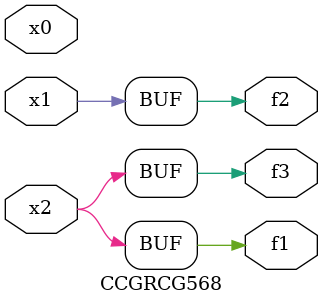
<source format=v>
module CCGRCG568(
	input x0, x1, x2,
	output f1, f2, f3
);
	assign f1 = x2;
	assign f2 = x1;
	assign f3 = x2;
endmodule

</source>
